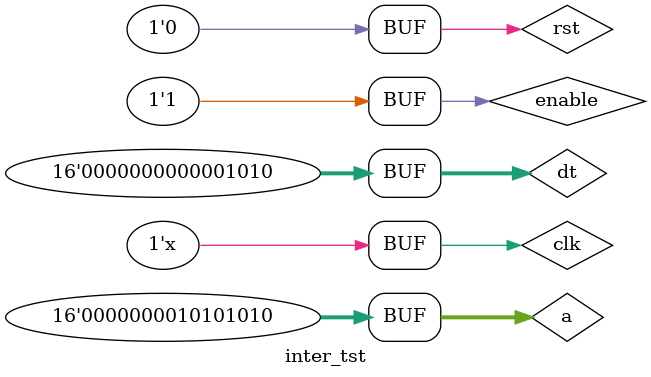
<source format=v>
`timescale 1ns / 1ps


module inter_tst;

	// Inputs
	reg [15:0] a;
	reg [15:0] dt;
	reg enable;
	reg rst;
	reg clk;

	// Outputs
	wire [15:0] v;
	wire busy;

	// Instantiate the Unit Under Test (UUT)
	Integradorv2 uut (
		.a(a), 
		.dt(dt), 
		.enable(enable), 
		.rst(rst), 
		.clk(clk), 
		.v(v), 
		.busy(busy)
	);

	initial begin
		// Initialize Inputs
		a = 16'hAA;
		dt = 5'd10;
		enable = 0;
		rst = 1;
		clk = 0;

		// Wait 100 ns for global reset to finish
		#100;
     	  
		// Add stimulus here
		
		   enable = 1;
			rst = 0;
	end
	
	always #5 clk <= !clk;
      
endmodule


</source>
